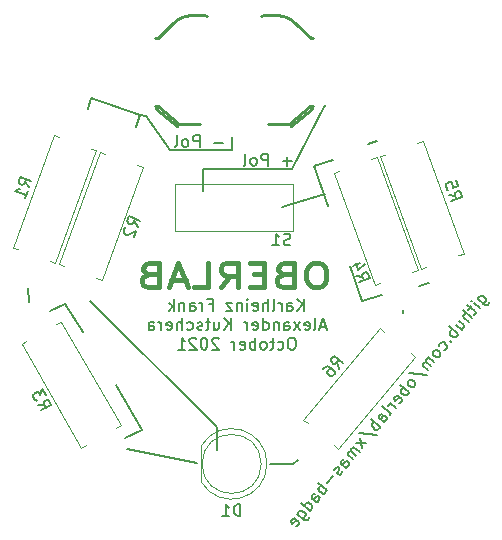
<source format=gbr>
%TF.GenerationSoftware,KiCad,Pcbnew,5.1.10*%
%TF.CreationDate,2021-10-27T07:56:43+02:00*%
%TF.ProjectId,xmas-badge,786d6173-2d62-4616-9467-652e6b696361,rev?*%
%TF.SameCoordinates,Original*%
%TF.FileFunction,Legend,Bot*%
%TF.FilePolarity,Positive*%
%FSLAX46Y46*%
G04 Gerber Fmt 4.6, Leading zero omitted, Abs format (unit mm)*
G04 Created by KiCad (PCBNEW 5.1.10) date 2021-10-27 07:56:43*
%MOMM*%
%LPD*%
G01*
G04 APERTURE LIST*
%ADD10C,0.400000*%
%ADD11C,0.150000*%
%ADD12C,0.120000*%
%ADD13C,0.254000*%
G04 APERTURE END LIST*
D10*
X55309980Y-48637961D02*
X54833790Y-48637961D01*
X54595695Y-48733200D01*
X54357600Y-48923676D01*
X54238552Y-49304628D01*
X54238552Y-49971295D01*
X54357600Y-50352247D01*
X54595695Y-50542723D01*
X54833790Y-50637961D01*
X55309980Y-50637961D01*
X55548076Y-50542723D01*
X55786171Y-50352247D01*
X55905219Y-49971295D01*
X55905219Y-49304628D01*
X55786171Y-48923676D01*
X55548076Y-48733200D01*
X55309980Y-48637961D01*
X52333790Y-49590342D02*
X51976647Y-49685580D01*
X51857600Y-49780819D01*
X51738552Y-49971295D01*
X51738552Y-50257009D01*
X51857600Y-50447485D01*
X51976647Y-50542723D01*
X52214742Y-50637961D01*
X53167123Y-50637961D01*
X53167123Y-48637961D01*
X52333790Y-48637961D01*
X52095695Y-48733200D01*
X51976647Y-48828438D01*
X51857600Y-49018914D01*
X51857600Y-49209390D01*
X51976647Y-49399866D01*
X52095695Y-49495104D01*
X52333790Y-49590342D01*
X53167123Y-49590342D01*
X50667123Y-49590342D02*
X49833790Y-49590342D01*
X49476647Y-50637961D02*
X50667123Y-50637961D01*
X50667123Y-48637961D01*
X49476647Y-48637961D01*
X46976647Y-50637961D02*
X47809980Y-49685580D01*
X48405219Y-50637961D02*
X48405219Y-48637961D01*
X47452838Y-48637961D01*
X47214742Y-48733200D01*
X47095695Y-48828438D01*
X46976647Y-49018914D01*
X46976647Y-49304628D01*
X47095695Y-49495104D01*
X47214742Y-49590342D01*
X47452838Y-49685580D01*
X48405219Y-49685580D01*
X44714742Y-50637961D02*
X45905219Y-50637961D01*
X45905219Y-48637961D01*
X44000457Y-50066533D02*
X42809980Y-50066533D01*
X44238552Y-50637961D02*
X43405219Y-48637961D01*
X42571885Y-50637961D01*
X40905219Y-49590342D02*
X40548076Y-49685580D01*
X40429028Y-49780819D01*
X40309980Y-49971295D01*
X40309980Y-50257009D01*
X40429028Y-50447485D01*
X40548076Y-50542723D01*
X40786171Y-50637961D01*
X41738552Y-50637961D01*
X41738552Y-48637961D01*
X40905219Y-48637961D01*
X40667123Y-48733200D01*
X40548076Y-48828438D01*
X40429028Y-49018914D01*
X40429028Y-49209390D01*
X40548076Y-49399866D01*
X40667123Y-49495104D01*
X40905219Y-49590342D01*
X41738552Y-49590342D01*
D11*
X68722916Y-51658369D02*
X69343048Y-52178721D01*
X69446613Y-52203461D01*
X69513700Y-52197591D01*
X69611396Y-52155244D01*
X69703223Y-52045809D01*
X69727963Y-51942243D01*
X69197134Y-52056286D02*
X69294830Y-52013938D01*
X69417266Y-51868025D01*
X69442006Y-51764459D01*
X69436136Y-51697372D01*
X69393789Y-51599676D01*
X69174919Y-51416022D01*
X69071353Y-51391282D01*
X69004266Y-51397152D01*
X68906570Y-51439500D01*
X68784134Y-51585413D01*
X68759395Y-51688978D01*
X68927523Y-52451678D02*
X68416827Y-52023152D01*
X68161479Y-51808890D02*
X68228566Y-51803021D01*
X68234435Y-51870108D01*
X68167348Y-51875977D01*
X68161479Y-51808890D01*
X68234435Y-51870108D01*
X68202564Y-52278501D02*
X67957693Y-52570327D01*
X67855389Y-52173673D02*
X68511999Y-52724634D01*
X68554347Y-52822330D01*
X68529607Y-52925895D01*
X68468389Y-52998852D01*
X68254127Y-53254200D02*
X67488082Y-52611413D01*
X67978646Y-53582505D02*
X67577385Y-53245807D01*
X67535037Y-53148111D01*
X67559777Y-53044545D01*
X67651604Y-52935110D01*
X67749300Y-52892762D01*
X67816387Y-52886893D01*
X66886380Y-53847068D02*
X67397077Y-54275593D01*
X67161861Y-53518763D02*
X67563122Y-53855461D01*
X67605470Y-53953157D01*
X67580730Y-54056723D01*
X67488903Y-54166158D01*
X67391207Y-54208506D01*
X67324120Y-54214375D01*
X67090987Y-54640376D02*
X66324943Y-53997588D01*
X66616769Y-54242460D02*
X66519073Y-54284807D01*
X66396637Y-54430721D01*
X66371898Y-54534286D01*
X66377767Y-54601373D01*
X66420115Y-54699070D01*
X66638985Y-54882723D01*
X66742550Y-54907463D01*
X66809637Y-54901593D01*
X66907334Y-54859246D01*
X67029769Y-54713333D01*
X67054509Y-54609767D01*
X66436461Y-55272246D02*
X66442330Y-55339333D01*
X66509417Y-55333464D01*
X66503548Y-55266377D01*
X66436461Y-55272246D01*
X66509417Y-55333464D01*
X65891369Y-55995943D02*
X65989066Y-55953595D01*
X66111501Y-55807682D01*
X66136241Y-55704116D01*
X66130372Y-55637029D01*
X66088024Y-55539333D01*
X65869154Y-55355679D01*
X65765588Y-55330940D01*
X65698501Y-55336809D01*
X65600805Y-55379157D01*
X65478369Y-55525070D01*
X65453630Y-55628635D01*
X65560541Y-56464291D02*
X65585280Y-56360726D01*
X65579411Y-56293638D01*
X65537063Y-56195942D01*
X65318193Y-56012289D01*
X65214628Y-55987549D01*
X65147540Y-55993419D01*
X65049844Y-56035766D01*
X64958017Y-56145201D01*
X64933278Y-56248767D01*
X64939147Y-56315854D01*
X64981495Y-56413550D01*
X65200365Y-56597204D01*
X65303930Y-56621943D01*
X65371018Y-56616074D01*
X65468714Y-56573726D01*
X65560541Y-56464291D01*
X65070798Y-57047944D02*
X64560101Y-56619419D01*
X64633058Y-56680637D02*
X64565971Y-56686506D01*
X64468275Y-56728854D01*
X64376448Y-56838289D01*
X64351708Y-56941854D01*
X64394056Y-57039551D01*
X64795317Y-57376249D01*
X64394056Y-57039551D02*
X64290490Y-57014811D01*
X64192794Y-57057159D01*
X64100967Y-57166594D01*
X64076228Y-57270159D01*
X64118575Y-57367855D01*
X64519837Y-57704554D01*
X62952091Y-57943115D02*
X64487966Y-58112947D01*
X63448524Y-58981294D02*
X63473264Y-58877729D01*
X63467394Y-58810642D01*
X63425047Y-58712945D01*
X63206177Y-58529292D01*
X63102611Y-58504552D01*
X63035524Y-58510422D01*
X62937828Y-58552769D01*
X62846001Y-58662204D01*
X62821261Y-58765770D01*
X62827131Y-58832857D01*
X62869479Y-58930553D01*
X63088348Y-59114207D01*
X63191914Y-59138946D01*
X63259001Y-59133077D01*
X63356697Y-59090729D01*
X63448524Y-58981294D01*
X62958781Y-59564947D02*
X62192737Y-58922160D01*
X62484563Y-59167031D02*
X62386867Y-59209379D01*
X62264431Y-59355292D01*
X62239692Y-59458858D01*
X62245561Y-59525945D01*
X62287909Y-59623641D01*
X62506779Y-59807295D01*
X62610344Y-59832034D01*
X62677431Y-59826165D01*
X62775128Y-59783817D01*
X62897563Y-59637904D01*
X62922303Y-59534338D01*
X62095862Y-60519253D02*
X62193558Y-60476905D01*
X62315994Y-60330992D01*
X62340733Y-60227426D01*
X62298385Y-60129730D01*
X62006559Y-59884859D01*
X61902993Y-59860119D01*
X61805297Y-59902467D01*
X61682862Y-60048380D01*
X61658122Y-60151945D01*
X61700470Y-60249642D01*
X61773426Y-60310860D01*
X62152472Y-60007294D01*
X61826251Y-60914645D02*
X61315554Y-60486120D01*
X61461468Y-60608555D02*
X61357902Y-60583816D01*
X61290815Y-60589685D01*
X61193119Y-60632033D01*
X61131901Y-60704989D01*
X61336508Y-61498298D02*
X61361247Y-61394732D01*
X61318900Y-61297036D01*
X60662290Y-60746075D01*
X60816156Y-62118429D02*
X60414894Y-61781731D01*
X60372547Y-61684034D01*
X60397286Y-61580469D01*
X60519722Y-61434556D01*
X60617418Y-61392208D01*
X60779677Y-62087820D02*
X60877374Y-62045472D01*
X61030418Y-61863081D01*
X61055158Y-61759515D01*
X61012810Y-61661819D01*
X60939854Y-61600601D01*
X60836288Y-61575862D01*
X60738592Y-61618209D01*
X60585547Y-61800601D01*
X60487851Y-61842948D01*
X60510066Y-62483212D02*
X59744022Y-61840424D01*
X60035848Y-62085296D02*
X59938152Y-62127643D01*
X59815717Y-62273557D01*
X59790977Y-62377122D01*
X59796846Y-62444209D01*
X59839194Y-62541906D01*
X60058064Y-62725559D01*
X60161629Y-62750299D01*
X60228717Y-62744429D01*
X60326413Y-62702082D01*
X60448849Y-62556168D01*
X60473588Y-62452603D01*
X58666840Y-63050078D02*
X60202715Y-63219909D01*
X59316318Y-63905866D02*
X58468923Y-63878602D01*
X58805622Y-63477341D02*
X58979620Y-64307127D01*
X58734748Y-64598954D02*
X58224052Y-64170429D01*
X58297009Y-64231646D02*
X58229921Y-64237516D01*
X58132225Y-64279864D01*
X58040398Y-64389298D01*
X58015659Y-64492864D01*
X58058007Y-64590560D01*
X58459268Y-64927258D01*
X58058007Y-64590560D02*
X57954441Y-64565821D01*
X57856745Y-64608168D01*
X57764918Y-64717603D01*
X57740178Y-64821169D01*
X57782526Y-64918865D01*
X58183787Y-65255563D01*
X57602218Y-65948651D02*
X57200956Y-65611953D01*
X57158609Y-65514257D01*
X57183348Y-65410691D01*
X57305784Y-65264778D01*
X57403480Y-65222430D01*
X57565739Y-65918042D02*
X57663436Y-65875694D01*
X57816480Y-65693303D01*
X57841220Y-65589737D01*
X57798872Y-65492041D01*
X57725916Y-65430823D01*
X57622350Y-65406084D01*
X57524654Y-65448431D01*
X57371609Y-65630823D01*
X57273913Y-65673171D01*
X57290259Y-66246347D02*
X57265519Y-66349912D01*
X57143084Y-66495826D01*
X57045388Y-66538173D01*
X56941822Y-66513434D01*
X56905344Y-66482825D01*
X56862996Y-66385129D01*
X56887736Y-66281563D01*
X56979562Y-66172128D01*
X57004302Y-66068563D01*
X56961954Y-65970866D01*
X56925476Y-65940258D01*
X56821910Y-65915518D01*
X56724214Y-65957866D01*
X56632387Y-66067301D01*
X56607648Y-66170866D01*
X56483950Y-66688694D02*
X55994207Y-67272347D01*
X55979944Y-67882001D02*
X55213900Y-67239214D01*
X55505726Y-67484085D02*
X55408030Y-67526433D01*
X55285594Y-67672346D01*
X55260855Y-67775912D01*
X55266724Y-67842999D01*
X55309072Y-67940695D01*
X55527942Y-68124349D01*
X55631507Y-68149088D01*
X55698594Y-68143219D01*
X55796291Y-68100871D01*
X55918726Y-67954958D01*
X55943466Y-67851392D01*
X55122894Y-68903394D02*
X54721633Y-68566696D01*
X54679285Y-68468999D01*
X54704025Y-68365434D01*
X54826460Y-68219521D01*
X54924157Y-68177173D01*
X55086416Y-68872785D02*
X55184112Y-68830437D01*
X55337157Y-68648046D01*
X55361896Y-68544480D01*
X55319549Y-68446784D01*
X55246592Y-68385566D01*
X55143026Y-68360827D01*
X55045330Y-68403174D01*
X54892286Y-68585566D01*
X54794589Y-68627913D01*
X54541324Y-69596482D02*
X53775280Y-68953694D01*
X54504846Y-69565873D02*
X54602542Y-69523525D01*
X54724978Y-69377612D01*
X54749718Y-69274046D01*
X54743848Y-69206959D01*
X54701500Y-69109263D01*
X54482631Y-68925609D01*
X54379065Y-68900870D01*
X54311978Y-68906739D01*
X54214282Y-68949087D01*
X54091846Y-69095000D01*
X54067106Y-69198566D01*
X53449058Y-69861044D02*
X54069190Y-70381396D01*
X54172755Y-70406136D01*
X54239842Y-70400267D01*
X54337539Y-70357919D01*
X54429365Y-70248484D01*
X54454105Y-70144918D01*
X53923276Y-70258961D02*
X54020973Y-70216613D01*
X54143408Y-70070700D01*
X54168148Y-69967134D01*
X54162278Y-69900047D01*
X54119931Y-69802351D01*
X53901061Y-69618697D01*
X53797495Y-69593958D01*
X53730408Y-69599827D01*
X53632712Y-69642175D01*
X53510276Y-69788088D01*
X53485537Y-69891653D01*
X53372316Y-70915570D02*
X53470012Y-70873222D01*
X53592447Y-70727309D01*
X53617187Y-70623744D01*
X53574839Y-70526048D01*
X53283013Y-70281176D01*
X53179447Y-70256436D01*
X53081751Y-70298784D01*
X52959315Y-70444697D01*
X52934576Y-70548263D01*
X52976924Y-70645959D01*
X53049880Y-70707177D01*
X53428926Y-70403612D01*
X54052076Y-52650380D02*
X54052076Y-51650380D01*
X53480647Y-52650380D02*
X53909219Y-52078952D01*
X53480647Y-51650380D02*
X54052076Y-52221809D01*
X52623504Y-52650380D02*
X52623504Y-52126571D01*
X52671123Y-52031333D01*
X52766361Y-51983714D01*
X52956838Y-51983714D01*
X53052076Y-52031333D01*
X52623504Y-52602761D02*
X52718742Y-52650380D01*
X52956838Y-52650380D01*
X53052076Y-52602761D01*
X53099695Y-52507523D01*
X53099695Y-52412285D01*
X53052076Y-52317047D01*
X52956838Y-52269428D01*
X52718742Y-52269428D01*
X52623504Y-52221809D01*
X52147314Y-52650380D02*
X52147314Y-51983714D01*
X52147314Y-52174190D02*
X52099695Y-52078952D01*
X52052076Y-52031333D01*
X51956838Y-51983714D01*
X51861600Y-51983714D01*
X51385409Y-52650380D02*
X51480647Y-52602761D01*
X51528266Y-52507523D01*
X51528266Y-51650380D01*
X51004457Y-52650380D02*
X51004457Y-51650380D01*
X50575885Y-52650380D02*
X50575885Y-52126571D01*
X50623504Y-52031333D01*
X50718742Y-51983714D01*
X50861600Y-51983714D01*
X50956838Y-52031333D01*
X51004457Y-52078952D01*
X49718742Y-52602761D02*
X49813980Y-52650380D01*
X50004457Y-52650380D01*
X50099695Y-52602761D01*
X50147314Y-52507523D01*
X50147314Y-52126571D01*
X50099695Y-52031333D01*
X50004457Y-51983714D01*
X49813980Y-51983714D01*
X49718742Y-52031333D01*
X49671123Y-52126571D01*
X49671123Y-52221809D01*
X50147314Y-52317047D01*
X49242552Y-52650380D02*
X49242552Y-51983714D01*
X49242552Y-51650380D02*
X49290171Y-51698000D01*
X49242552Y-51745619D01*
X49194933Y-51698000D01*
X49242552Y-51650380D01*
X49242552Y-51745619D01*
X48766361Y-51983714D02*
X48766361Y-52650380D01*
X48766361Y-52078952D02*
X48718742Y-52031333D01*
X48623504Y-51983714D01*
X48480647Y-51983714D01*
X48385409Y-52031333D01*
X48337790Y-52126571D01*
X48337790Y-52650380D01*
X47956838Y-51983714D02*
X47433028Y-51983714D01*
X47956838Y-52650380D01*
X47433028Y-52650380D01*
X45956838Y-52126571D02*
X46290171Y-52126571D01*
X46290171Y-52650380D02*
X46290171Y-51650380D01*
X45813980Y-51650380D01*
X45433028Y-52650380D02*
X45433028Y-51983714D01*
X45433028Y-52174190D02*
X45385409Y-52078952D01*
X45337790Y-52031333D01*
X45242552Y-51983714D01*
X45147314Y-51983714D01*
X44385409Y-52650380D02*
X44385409Y-52126571D01*
X44433028Y-52031333D01*
X44528266Y-51983714D01*
X44718742Y-51983714D01*
X44813980Y-52031333D01*
X44385409Y-52602761D02*
X44480647Y-52650380D01*
X44718742Y-52650380D01*
X44813980Y-52602761D01*
X44861599Y-52507523D01*
X44861599Y-52412285D01*
X44813980Y-52317047D01*
X44718742Y-52269428D01*
X44480647Y-52269428D01*
X44385409Y-52221809D01*
X43909219Y-51983714D02*
X43909219Y-52650380D01*
X43909219Y-52078952D02*
X43861599Y-52031333D01*
X43766361Y-51983714D01*
X43623504Y-51983714D01*
X43528266Y-52031333D01*
X43480647Y-52126571D01*
X43480647Y-52650380D01*
X43004457Y-52650380D02*
X43004457Y-51650380D01*
X42909219Y-52269428D02*
X42623504Y-52650380D01*
X42623504Y-51983714D02*
X43004457Y-52364666D01*
X55885409Y-54014666D02*
X55409219Y-54014666D01*
X55980647Y-54300380D02*
X55647314Y-53300380D01*
X55313980Y-54300380D01*
X54837790Y-54300380D02*
X54933028Y-54252761D01*
X54980647Y-54157523D01*
X54980647Y-53300380D01*
X54075885Y-54252761D02*
X54171123Y-54300380D01*
X54361600Y-54300380D01*
X54456838Y-54252761D01*
X54504457Y-54157523D01*
X54504457Y-53776571D01*
X54456838Y-53681333D01*
X54361600Y-53633714D01*
X54171123Y-53633714D01*
X54075885Y-53681333D01*
X54028266Y-53776571D01*
X54028266Y-53871809D01*
X54504457Y-53967047D01*
X53694933Y-54300380D02*
X53171123Y-53633714D01*
X53694933Y-53633714D02*
X53171123Y-54300380D01*
X52361600Y-54300380D02*
X52361600Y-53776571D01*
X52409219Y-53681333D01*
X52504457Y-53633714D01*
X52694933Y-53633714D01*
X52790171Y-53681333D01*
X52361600Y-54252761D02*
X52456838Y-54300380D01*
X52694933Y-54300380D01*
X52790171Y-54252761D01*
X52837790Y-54157523D01*
X52837790Y-54062285D01*
X52790171Y-53967047D01*
X52694933Y-53919428D01*
X52456838Y-53919428D01*
X52361600Y-53871809D01*
X51885409Y-53633714D02*
X51885409Y-54300380D01*
X51885409Y-53728952D02*
X51837790Y-53681333D01*
X51742552Y-53633714D01*
X51599695Y-53633714D01*
X51504457Y-53681333D01*
X51456838Y-53776571D01*
X51456838Y-54300380D01*
X50552076Y-54300380D02*
X50552076Y-53300380D01*
X50552076Y-54252761D02*
X50647314Y-54300380D01*
X50837790Y-54300380D01*
X50933028Y-54252761D01*
X50980647Y-54205142D01*
X51028266Y-54109904D01*
X51028266Y-53824190D01*
X50980647Y-53728952D01*
X50933028Y-53681333D01*
X50837790Y-53633714D01*
X50647314Y-53633714D01*
X50552076Y-53681333D01*
X49694933Y-54252761D02*
X49790171Y-54300380D01*
X49980647Y-54300380D01*
X50075885Y-54252761D01*
X50123504Y-54157523D01*
X50123504Y-53776571D01*
X50075885Y-53681333D01*
X49980647Y-53633714D01*
X49790171Y-53633714D01*
X49694933Y-53681333D01*
X49647314Y-53776571D01*
X49647314Y-53871809D01*
X50123504Y-53967047D01*
X49218742Y-54300380D02*
X49218742Y-53633714D01*
X49218742Y-53824190D02*
X49171123Y-53728952D01*
X49123504Y-53681333D01*
X49028266Y-53633714D01*
X48933028Y-53633714D01*
X47837790Y-54300380D02*
X47837790Y-53300380D01*
X47266361Y-54300380D02*
X47694933Y-53728952D01*
X47266361Y-53300380D02*
X47837790Y-53871809D01*
X46409219Y-53633714D02*
X46409219Y-54300380D01*
X46837790Y-53633714D02*
X46837790Y-54157523D01*
X46790171Y-54252761D01*
X46694933Y-54300380D01*
X46552076Y-54300380D01*
X46456838Y-54252761D01*
X46409219Y-54205142D01*
X46075885Y-53633714D02*
X45694933Y-53633714D01*
X45933028Y-53300380D02*
X45933028Y-54157523D01*
X45885409Y-54252761D01*
X45790171Y-54300380D01*
X45694933Y-54300380D01*
X45409219Y-54252761D02*
X45313980Y-54300380D01*
X45123504Y-54300380D01*
X45028266Y-54252761D01*
X44980647Y-54157523D01*
X44980647Y-54109904D01*
X45028266Y-54014666D01*
X45123504Y-53967047D01*
X45266361Y-53967047D01*
X45361600Y-53919428D01*
X45409219Y-53824190D01*
X45409219Y-53776571D01*
X45361600Y-53681333D01*
X45266361Y-53633714D01*
X45123504Y-53633714D01*
X45028266Y-53681333D01*
X44123504Y-54252761D02*
X44218742Y-54300380D01*
X44409219Y-54300380D01*
X44504457Y-54252761D01*
X44552076Y-54205142D01*
X44599695Y-54109904D01*
X44599695Y-53824190D01*
X44552076Y-53728952D01*
X44504457Y-53681333D01*
X44409219Y-53633714D01*
X44218742Y-53633714D01*
X44123504Y-53681333D01*
X43694933Y-54300380D02*
X43694933Y-53300380D01*
X43266361Y-54300380D02*
X43266361Y-53776571D01*
X43313980Y-53681333D01*
X43409219Y-53633714D01*
X43552076Y-53633714D01*
X43647314Y-53681333D01*
X43694933Y-53728952D01*
X42409219Y-54252761D02*
X42504457Y-54300380D01*
X42694933Y-54300380D01*
X42790171Y-54252761D01*
X42837790Y-54157523D01*
X42837790Y-53776571D01*
X42790171Y-53681333D01*
X42694933Y-53633714D01*
X42504457Y-53633714D01*
X42409219Y-53681333D01*
X42361600Y-53776571D01*
X42361600Y-53871809D01*
X42837790Y-53967047D01*
X41933028Y-54300380D02*
X41933028Y-53633714D01*
X41933028Y-53824190D02*
X41885409Y-53728952D01*
X41837790Y-53681333D01*
X41742552Y-53633714D01*
X41647314Y-53633714D01*
X40885409Y-54300380D02*
X40885409Y-53776571D01*
X40933028Y-53681333D01*
X41028266Y-53633714D01*
X41218742Y-53633714D01*
X41313980Y-53681333D01*
X40885409Y-54252761D02*
X40980647Y-54300380D01*
X41218742Y-54300380D01*
X41313980Y-54252761D01*
X41361600Y-54157523D01*
X41361600Y-54062285D01*
X41313980Y-53967047D01*
X41218742Y-53919428D01*
X40980647Y-53919428D01*
X40885409Y-53871809D01*
X53099695Y-54950380D02*
X52909219Y-54950380D01*
X52813980Y-54998000D01*
X52718742Y-55093238D01*
X52671123Y-55283714D01*
X52671123Y-55617047D01*
X52718742Y-55807523D01*
X52813980Y-55902761D01*
X52909219Y-55950380D01*
X53099695Y-55950380D01*
X53194933Y-55902761D01*
X53290171Y-55807523D01*
X53337790Y-55617047D01*
X53337790Y-55283714D01*
X53290171Y-55093238D01*
X53194933Y-54998000D01*
X53099695Y-54950380D01*
X51813980Y-55902761D02*
X51909219Y-55950380D01*
X52099695Y-55950380D01*
X52194933Y-55902761D01*
X52242552Y-55855142D01*
X52290171Y-55759904D01*
X52290171Y-55474190D01*
X52242552Y-55378952D01*
X52194933Y-55331333D01*
X52099695Y-55283714D01*
X51909219Y-55283714D01*
X51813980Y-55331333D01*
X51528266Y-55283714D02*
X51147314Y-55283714D01*
X51385409Y-54950380D02*
X51385409Y-55807523D01*
X51337790Y-55902761D01*
X51242552Y-55950380D01*
X51147314Y-55950380D01*
X50671123Y-55950380D02*
X50766361Y-55902761D01*
X50813980Y-55855142D01*
X50861600Y-55759904D01*
X50861600Y-55474190D01*
X50813980Y-55378952D01*
X50766361Y-55331333D01*
X50671123Y-55283714D01*
X50528266Y-55283714D01*
X50433028Y-55331333D01*
X50385409Y-55378952D01*
X50337790Y-55474190D01*
X50337790Y-55759904D01*
X50385409Y-55855142D01*
X50433028Y-55902761D01*
X50528266Y-55950380D01*
X50671123Y-55950380D01*
X49909219Y-55950380D02*
X49909219Y-54950380D01*
X49909219Y-55331333D02*
X49813980Y-55283714D01*
X49623504Y-55283714D01*
X49528266Y-55331333D01*
X49480647Y-55378952D01*
X49433028Y-55474190D01*
X49433028Y-55759904D01*
X49480647Y-55855142D01*
X49528266Y-55902761D01*
X49623504Y-55950380D01*
X49813980Y-55950380D01*
X49909219Y-55902761D01*
X48623504Y-55902761D02*
X48718742Y-55950380D01*
X48909219Y-55950380D01*
X49004457Y-55902761D01*
X49052076Y-55807523D01*
X49052076Y-55426571D01*
X49004457Y-55331333D01*
X48909219Y-55283714D01*
X48718742Y-55283714D01*
X48623504Y-55331333D01*
X48575885Y-55426571D01*
X48575885Y-55521809D01*
X49052076Y-55617047D01*
X48147314Y-55950380D02*
X48147314Y-55283714D01*
X48147314Y-55474190D02*
X48099695Y-55378952D01*
X48052076Y-55331333D01*
X47956838Y-55283714D01*
X47861600Y-55283714D01*
X46813980Y-55045619D02*
X46766361Y-54998000D01*
X46671123Y-54950380D01*
X46433028Y-54950380D01*
X46337790Y-54998000D01*
X46290171Y-55045619D01*
X46242552Y-55140857D01*
X46242552Y-55236095D01*
X46290171Y-55378952D01*
X46861600Y-55950380D01*
X46242552Y-55950380D01*
X45623504Y-54950380D02*
X45528266Y-54950380D01*
X45433028Y-54998000D01*
X45385409Y-55045619D01*
X45337790Y-55140857D01*
X45290171Y-55331333D01*
X45290171Y-55569428D01*
X45337790Y-55759904D01*
X45385409Y-55855142D01*
X45433028Y-55902761D01*
X45528266Y-55950380D01*
X45623504Y-55950380D01*
X45718742Y-55902761D01*
X45766361Y-55855142D01*
X45813980Y-55759904D01*
X45861600Y-55569428D01*
X45861600Y-55331333D01*
X45813980Y-55140857D01*
X45766361Y-55045619D01*
X45718742Y-54998000D01*
X45623504Y-54950380D01*
X44909219Y-55045619D02*
X44861600Y-54998000D01*
X44766361Y-54950380D01*
X44528266Y-54950380D01*
X44433028Y-54998000D01*
X44385409Y-55045619D01*
X44337790Y-55140857D01*
X44337790Y-55236095D01*
X44385409Y-55378952D01*
X44956838Y-55950380D01*
X44337790Y-55950380D01*
X43385409Y-55950380D02*
X43956838Y-55950380D01*
X43671123Y-55950380D02*
X43671123Y-54950380D01*
X43766361Y-55093238D01*
X43861600Y-55188476D01*
X43956838Y-55236095D01*
X47955200Y-39065200D02*
X47955200Y-37947600D01*
X42722800Y-39065200D02*
X47955200Y-39065200D01*
X40640000Y-36220400D02*
X42722800Y-39065200D01*
X52979390Y-40000228D02*
X52217485Y-40000228D01*
X52598438Y-40381180D02*
X52598438Y-39619276D01*
X50979390Y-40381180D02*
X50979390Y-39381180D01*
X50598438Y-39381180D01*
X50503200Y-39428800D01*
X50455580Y-39476419D01*
X50407961Y-39571657D01*
X50407961Y-39714514D01*
X50455580Y-39809752D01*
X50503200Y-39857371D01*
X50598438Y-39904990D01*
X50979390Y-39904990D01*
X49836533Y-40381180D02*
X49931771Y-40333561D01*
X49979390Y-40285942D01*
X50027009Y-40190704D01*
X50027009Y-39904990D01*
X49979390Y-39809752D01*
X49931771Y-39762133D01*
X49836533Y-39714514D01*
X49693676Y-39714514D01*
X49598438Y-39762133D01*
X49550819Y-39809752D01*
X49503200Y-39904990D01*
X49503200Y-40190704D01*
X49550819Y-40285942D01*
X49598438Y-40333561D01*
X49693676Y-40381180D01*
X49836533Y-40381180D01*
X48931771Y-40381180D02*
X49027009Y-40333561D01*
X49074628Y-40238323D01*
X49074628Y-39381180D01*
X40182800Y-36068000D02*
X40640000Y-36220400D01*
X47188190Y-38425428D02*
X46426285Y-38425428D01*
X45188190Y-38806380D02*
X45188190Y-37806380D01*
X44807238Y-37806380D01*
X44712000Y-37854000D01*
X44664380Y-37901619D01*
X44616761Y-37996857D01*
X44616761Y-38139714D01*
X44664380Y-38234952D01*
X44712000Y-38282571D01*
X44807238Y-38330190D01*
X45188190Y-38330190D01*
X44045333Y-38806380D02*
X44140571Y-38758761D01*
X44188190Y-38711142D01*
X44235809Y-38615904D01*
X44235809Y-38330190D01*
X44188190Y-38234952D01*
X44140571Y-38187333D01*
X44045333Y-38139714D01*
X43902476Y-38139714D01*
X43807238Y-38187333D01*
X43759619Y-38234952D01*
X43712000Y-38330190D01*
X43712000Y-38615904D01*
X43759619Y-38711142D01*
X43807238Y-38758761D01*
X43902476Y-38806380D01*
X44045333Y-38806380D01*
X43140571Y-38806380D02*
X43235809Y-38758761D01*
X43283428Y-38663523D01*
X43283428Y-37806380D01*
X55829200Y-35255200D02*
X55829200Y-35306000D01*
X52984400Y-40640000D02*
X55829200Y-35255200D01*
X45516800Y-40640000D02*
X52984400Y-40640000D01*
X45516800Y-42519600D02*
X45516800Y-40640000D01*
X52171600Y-43891200D02*
X55778400Y-42824400D01*
X54914800Y-40386000D02*
X56489600Y-39878000D01*
X56083200Y-43789600D02*
X54914800Y-40386000D01*
X58978800Y-51866800D02*
X60655200Y-51308000D01*
X57912000Y-48869600D02*
X58978800Y-51866800D01*
X59486800Y-38557200D02*
X60248800Y-38303200D01*
X63804800Y-50596800D02*
X64617600Y-50342800D01*
X62433200Y-52882800D02*
X62382400Y-52628800D01*
X53136800Y-65633600D02*
X51155600Y-65633600D01*
X53492400Y-65278000D02*
X53136800Y-65633600D01*
X46685200Y-62534800D02*
X46685200Y-64465200D01*
X35915600Y-51816000D02*
X46685200Y-62534800D01*
X39065200Y-64414400D02*
X44958000Y-65582800D01*
X40284400Y-62738000D02*
X38912800Y-63449200D01*
X38100000Y-58978800D02*
X40284400Y-62738000D01*
X33832800Y-52070000D02*
X35306000Y-54457600D01*
X32562800Y-52730400D02*
X33832800Y-52070000D01*
X30683200Y-50749200D02*
X30734000Y-51968400D01*
X40182800Y-36068000D02*
X39776400Y-37084000D01*
X36017200Y-34645600D02*
X40182800Y-36068000D01*
X35712400Y-35560000D02*
X36017200Y-34645600D01*
D12*
%TO.C,D1*%
X50404400Y-65633600D02*
G75*
G03*
X50404400Y-65633600I-2500000J0D01*
G01*
X45344400Y-67178600D02*
X45344400Y-64088600D01*
X50894400Y-65633138D02*
G75*
G02*
X45344400Y-67178430I-2990000J-462D01*
G01*
X50894400Y-65634062D02*
G75*
G03*
X45344400Y-64088770I-2990000J462D01*
G01*
%TO.C,R1*%
X32835660Y-37786432D02*
X33286713Y-37950601D01*
X29367576Y-47314915D02*
X32835660Y-37786432D01*
X29818628Y-47479084D02*
X29367576Y-47314915D01*
X36444080Y-39099789D02*
X35993027Y-38935619D01*
X32975996Y-48628272D02*
X36444080Y-39099789D01*
X32524943Y-48464102D02*
X32975996Y-48628272D01*
%TO.C,R2*%
X36772404Y-39204928D02*
X37223457Y-39369097D01*
X33304320Y-48733411D02*
X36772404Y-39204928D01*
X33755372Y-48897580D02*
X33304320Y-48733411D01*
X40380824Y-40518285D02*
X39929771Y-40354115D01*
X36912740Y-50046768D02*
X40380824Y-40518285D01*
X36461687Y-49882598D02*
X36912740Y-50046768D01*
%TO.C,R3*%
X38097477Y-62611610D02*
X38513169Y-62371610D01*
X38513169Y-62371610D02*
X33443169Y-53590113D01*
X33443169Y-53590113D02*
X33027477Y-53830113D01*
X35603323Y-64051610D02*
X35187631Y-64291610D01*
X35187631Y-64291610D02*
X30117631Y-55510113D01*
X30117631Y-55510113D02*
X30533323Y-55270113D01*
%TO.C,R4*%
X63196172Y-49358684D02*
X63647224Y-49194515D01*
X63647224Y-49194515D02*
X60179140Y-39666032D01*
X60179140Y-39666032D02*
X59728087Y-39830201D01*
X60489857Y-50343702D02*
X60038804Y-50507872D01*
X60038804Y-50507872D02*
X56570720Y-40979389D01*
X56570720Y-40979389D02*
X57021773Y-40815219D01*
%TO.C,R5*%
X60482320Y-39607789D02*
X60933373Y-39443619D01*
X63950404Y-49136272D02*
X60482320Y-39607789D01*
X64401457Y-48972102D02*
X63950404Y-49136272D01*
X64090740Y-38294432D02*
X63639687Y-38458601D01*
X67558824Y-47822915D02*
X64090740Y-38294432D01*
X67107772Y-47987084D02*
X67558824Y-47822915D01*
%TO.C,R6*%
X56535872Y-64054677D02*
X56903573Y-64363215D01*
X56903573Y-64363215D02*
X63421440Y-56595525D01*
X63421440Y-56595525D02*
X63053739Y-56286987D01*
X54329664Y-62203449D02*
X53961963Y-61894911D01*
X53961963Y-61894911D02*
X60479829Y-54127220D01*
X60479829Y-54127220D02*
X60847531Y-54435758D01*
%TO.C,S1*%
X43129200Y-41960800D02*
X43103800Y-45897800D01*
X53086000Y-41960800D02*
X43129200Y-41960800D01*
X53086000Y-45897800D02*
X53086000Y-41960800D01*
X43129200Y-45897800D02*
X53086000Y-45897800D01*
D13*
%TO.C,U1*%
X50430450Y-27688141D02*
X50614868Y-27644232D01*
X50614868Y-27644232D02*
X50808081Y-27609100D01*
X50808081Y-27609100D02*
X50992500Y-27591541D01*
X44678210Y-27591541D02*
X45222700Y-27591541D01*
X45222700Y-27591541D02*
X45407119Y-27609100D01*
X45407119Y-27609100D02*
X45600332Y-27644232D01*
X45600332Y-27644232D02*
X45784750Y-27688141D01*
X42772510Y-28452182D02*
X42913019Y-28320450D01*
X42913019Y-28320450D02*
X43071100Y-28197500D01*
X43071100Y-28197500D02*
X43229169Y-28083332D01*
X43229169Y-28083332D02*
X43387250Y-27986732D01*
X43387250Y-27986732D02*
X43562891Y-27890119D01*
X43562891Y-27890119D02*
X43738532Y-27811091D01*
X43738532Y-27811091D02*
X43922960Y-27740832D01*
X43922960Y-27740832D02*
X44107382Y-27688141D01*
X44107382Y-27688141D02*
X44300582Y-27644232D01*
X44300582Y-27644232D02*
X44485010Y-27617882D01*
X44485010Y-27617882D02*
X44678210Y-27591541D01*
X41639619Y-29576282D02*
X42772510Y-28452182D01*
X43431160Y-36847809D02*
X41639619Y-35354859D01*
X54575581Y-35354859D02*
X52784040Y-36847809D01*
X53442690Y-28452182D02*
X54584359Y-29576282D01*
X50992500Y-27591541D02*
X51536990Y-27591541D01*
X51536990Y-27591541D02*
X51730190Y-27617882D01*
X51730190Y-27617882D02*
X51914618Y-27644232D01*
X51914618Y-27644232D02*
X52107818Y-27688141D01*
X52107818Y-27688141D02*
X52292250Y-27740832D01*
X52292250Y-27740832D02*
X52476668Y-27811091D01*
X52476668Y-27811091D02*
X52652309Y-27890119D01*
X52652309Y-27890119D02*
X52827950Y-27986732D01*
X52827950Y-27986732D02*
X52986031Y-28083332D01*
X52986031Y-28083332D02*
X53144100Y-28197500D01*
X53144100Y-28197500D02*
X53302181Y-28320450D01*
X53302181Y-28320450D02*
X53442690Y-28452182D01*
X41472769Y-35548068D02*
X43264300Y-37041018D01*
X43431160Y-36847809D02*
X43396032Y-36882940D01*
X43396032Y-36882940D02*
X43369691Y-36918068D01*
X43369691Y-36918068D02*
X43343341Y-36953200D01*
X43343341Y-36953200D02*
X43316991Y-36988318D01*
X43316991Y-36988318D02*
X43299432Y-37005890D01*
X43299432Y-37005890D02*
X43281869Y-37023450D01*
X43281869Y-37023450D02*
X43273082Y-37032231D01*
X43273082Y-37032231D02*
X43264300Y-37041018D01*
X41639619Y-35354859D02*
X41604500Y-35389990D01*
X41604500Y-35389990D02*
X41578150Y-35425118D01*
X41578150Y-35425118D02*
X41551800Y-35460250D01*
X41551800Y-35460250D02*
X41525460Y-35495381D01*
X41525460Y-35495381D02*
X41507891Y-35512940D01*
X41507891Y-35512940D02*
X41490332Y-35530509D01*
X41490332Y-35530509D02*
X41481550Y-35539290D01*
X41481550Y-35539290D02*
X41472769Y-35548068D01*
X54742431Y-35548068D02*
X52950900Y-37041018D01*
X54575581Y-35354859D02*
X54610700Y-35389990D01*
X54610700Y-35389990D02*
X54637050Y-35425118D01*
X54637050Y-35425118D02*
X54672181Y-35460250D01*
X54672181Y-35460250D02*
X54689740Y-35495381D01*
X54689740Y-35495381D02*
X54716090Y-35512940D01*
X54716090Y-35512940D02*
X54724868Y-35530509D01*
X54724868Y-35530509D02*
X54733650Y-35539290D01*
X54733650Y-35539290D02*
X54742431Y-35548068D01*
X52784040Y-36847809D02*
X52819168Y-36882940D01*
X52819168Y-36882940D02*
X52845509Y-36918068D01*
X52845509Y-36918068D02*
X52880640Y-36953200D01*
X52880640Y-36953200D02*
X52898209Y-36988318D01*
X52898209Y-36988318D02*
X52924550Y-37005890D01*
X52924550Y-37005890D02*
X52933331Y-37023450D01*
X52933331Y-37023450D02*
X52942118Y-37032231D01*
X52942118Y-37032231D02*
X52950900Y-37041018D01*
X41384950Y-29576282D02*
X41384950Y-29610060D01*
X41384950Y-35321081D02*
X41384950Y-35354859D01*
X41639619Y-35354859D02*
X41384950Y-35354859D01*
X41639619Y-29576282D02*
X41384950Y-29576282D01*
X54830259Y-29576282D02*
X54830259Y-29610060D01*
X54830259Y-35321081D02*
X54830259Y-35354859D01*
X54575581Y-35354859D02*
X54830259Y-35354859D01*
X54584359Y-29576282D02*
X54830259Y-29576282D01*
X43345100Y-36855400D02*
X45250100Y-36855400D01*
X50965100Y-36855400D02*
X52870100Y-36855400D01*
%TO.C,D1*%
D11*
X48642495Y-70045980D02*
X48642495Y-69045980D01*
X48404400Y-69045980D01*
X48261542Y-69093600D01*
X48166304Y-69188838D01*
X48118685Y-69284076D01*
X48071066Y-69474552D01*
X48071066Y-69617409D01*
X48118685Y-69807885D01*
X48166304Y-69903123D01*
X48261542Y-69998361D01*
X48404400Y-70045980D01*
X48642495Y-70045980D01*
X47118685Y-70045980D02*
X47690114Y-70045980D01*
X47404400Y-70045980D02*
X47404400Y-69045980D01*
X47499638Y-69188838D01*
X47594876Y-69284076D01*
X47690114Y-69331695D01*
%TO.C,R1*%
X30758902Y-42212907D02*
X30425436Y-41736810D01*
X30954342Y-41675940D02*
X30014649Y-41333920D01*
X29884356Y-41691898D01*
X29896530Y-41797679D01*
X29924990Y-41858713D01*
X29998198Y-41936034D01*
X30132440Y-41984894D01*
X30238221Y-41972720D01*
X30299255Y-41944260D01*
X30376576Y-41871052D01*
X30506869Y-41513074D01*
X30433168Y-43107853D02*
X30628609Y-42570886D01*
X30530888Y-42839369D02*
X29591196Y-42497349D01*
X29758011Y-42456715D01*
X29880079Y-42399793D01*
X29957399Y-42326586D01*
%TO.C,R2*%
X39953702Y-45565707D02*
X39620236Y-45089610D01*
X40149142Y-45028740D02*
X39209449Y-44686720D01*
X39079156Y-45044698D01*
X39091330Y-45150479D01*
X39119790Y-45211513D01*
X39192998Y-45288834D01*
X39327240Y-45337694D01*
X39433021Y-45325520D01*
X39494055Y-45297060D01*
X39571376Y-45223852D01*
X39701669Y-44865874D01*
X38973210Y-45614239D02*
X38912176Y-45642699D01*
X38834856Y-45715907D01*
X38753423Y-45939644D01*
X38765596Y-46045425D01*
X38794057Y-46106459D01*
X38867265Y-46183779D01*
X38956759Y-46216353D01*
X39107288Y-46220465D01*
X39839695Y-45878938D01*
X39627968Y-46460653D01*
%TO.C,R3*%
X31492359Y-60619328D02*
X32071419Y-60669907D01*
X31778074Y-61114199D02*
X32644099Y-60614199D01*
X32453623Y-60284285D01*
X32364765Y-60225616D01*
X32299716Y-60208186D01*
X32193428Y-60214566D01*
X32069710Y-60285994D01*
X32011041Y-60374853D01*
X31993611Y-60439901D01*
X31999991Y-60546190D01*
X32190467Y-60876104D01*
X32191718Y-59830652D02*
X31882194Y-59294541D01*
X31718947Y-59773693D01*
X31647518Y-59649975D01*
X31558660Y-59591306D01*
X31493611Y-59573876D01*
X31387323Y-59580256D01*
X31181126Y-59699303D01*
X31122457Y-59788162D01*
X31105027Y-59853211D01*
X31111407Y-59959499D01*
X31254264Y-60206934D01*
X31343123Y-60265604D01*
X31408171Y-60283033D01*
%TO.C,R4*%
X58458304Y-49688938D02*
X59019783Y-49839302D01*
X58653744Y-50225906D02*
X59593437Y-49883885D01*
X59463143Y-49525907D01*
X59385823Y-49452699D01*
X59324789Y-49424239D01*
X59219007Y-49412065D01*
X59084766Y-49460925D01*
X59011558Y-49538246D01*
X58983097Y-49599279D01*
X58970923Y-49705061D01*
X59101217Y-50063039D01*
X58791605Y-48655474D02*
X58165144Y-48883488D01*
X59231017Y-48748917D02*
X58641241Y-49216953D01*
X58429515Y-48635239D01*
%TO.C,R5*%
X66281504Y-42830938D02*
X66842983Y-42981302D01*
X66476944Y-43367906D02*
X67416637Y-43025885D01*
X67286343Y-42667907D01*
X67209023Y-42594699D01*
X67147989Y-42566239D01*
X67042207Y-42554065D01*
X66907966Y-42602925D01*
X66834758Y-42680246D01*
X66806297Y-42741279D01*
X66794123Y-42847061D01*
X66924417Y-43205039D01*
X66911750Y-41638720D02*
X67074616Y-42086193D01*
X66643430Y-42293807D01*
X66671891Y-42232773D01*
X66684065Y-42126992D01*
X66602632Y-41903255D01*
X66525311Y-41830047D01*
X66464277Y-41801587D01*
X66358496Y-41789413D01*
X66134759Y-41870846D01*
X66061552Y-41948167D01*
X66033091Y-42009201D01*
X66020917Y-42114982D01*
X66102350Y-42338718D01*
X66179671Y-42411926D01*
X66240705Y-42440387D01*
%TO.C,R6*%
X56994075Y-57567110D02*
X56843554Y-57005673D01*
X57361382Y-57129371D02*
X56595337Y-56486583D01*
X56350466Y-56778409D01*
X56325726Y-56881975D01*
X56331596Y-56949062D01*
X56373943Y-57046758D01*
X56483378Y-57138585D01*
X56586944Y-57163325D01*
X56654031Y-57157455D01*
X56751727Y-57115108D01*
X56996599Y-56823281D01*
X55677069Y-57580932D02*
X55799505Y-57435019D01*
X55897201Y-57392671D01*
X55964289Y-57386802D01*
X56134941Y-57405672D01*
X56311464Y-57491630D01*
X56603290Y-57736501D01*
X56645638Y-57834197D01*
X56651507Y-57901284D01*
X56626767Y-58004850D01*
X56504332Y-58150763D01*
X56406636Y-58193111D01*
X56339548Y-58198980D01*
X56235983Y-58174241D01*
X56053591Y-58021196D01*
X56011244Y-57923500D01*
X56005374Y-57856413D01*
X56030114Y-57752847D01*
X56152549Y-57606934D01*
X56250246Y-57564586D01*
X56317333Y-57558717D01*
X56420898Y-57583456D01*
%TO.C,S1*%
X52882704Y-47089961D02*
X52739847Y-47137580D01*
X52501752Y-47137580D01*
X52406514Y-47089961D01*
X52358895Y-47042342D01*
X52311276Y-46947104D01*
X52311276Y-46851866D01*
X52358895Y-46756628D01*
X52406514Y-46709009D01*
X52501752Y-46661390D01*
X52692228Y-46613771D01*
X52787466Y-46566152D01*
X52835085Y-46518533D01*
X52882704Y-46423295D01*
X52882704Y-46328057D01*
X52835085Y-46232819D01*
X52787466Y-46185200D01*
X52692228Y-46137580D01*
X52454133Y-46137580D01*
X52311276Y-46185200D01*
X51358895Y-47137580D02*
X51930323Y-47137580D01*
X51644609Y-47137580D02*
X51644609Y-46137580D01*
X51739847Y-46280438D01*
X51835085Y-46375676D01*
X51930323Y-46423295D01*
%TO.C, *%
%TD*%
M02*

</source>
